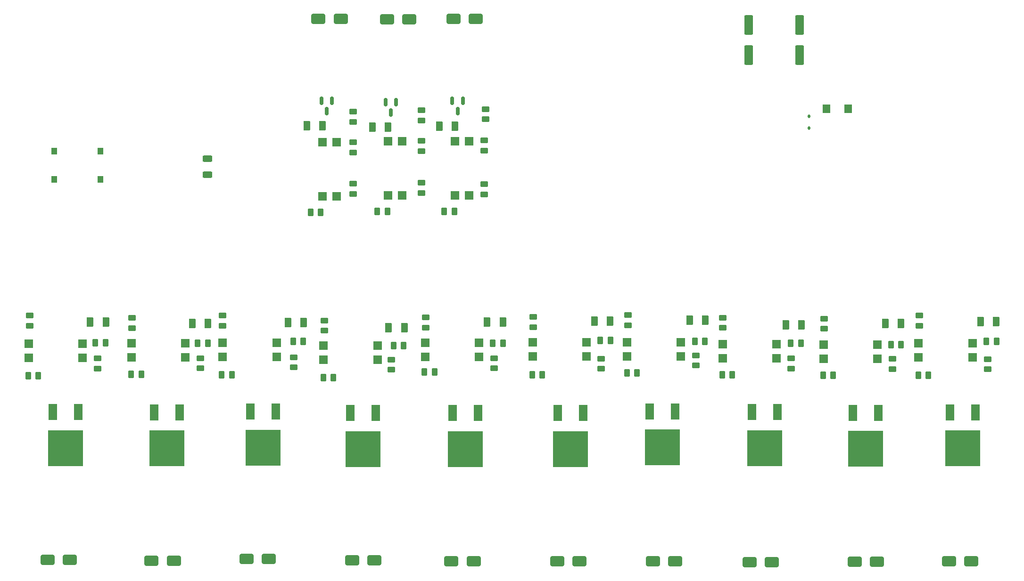
<source format=gbr>
%TF.GenerationSoftware,KiCad,Pcbnew,7.0.7*%
%TF.CreationDate,2024-09-30T16:59:32+02:00*%
%TF.ProjectId,control_motor_pcb,636f6e74-726f-46c5-9f6d-6f746f725f70,rev?*%
%TF.SameCoordinates,Original*%
%TF.FileFunction,Paste,Top*%
%TF.FilePolarity,Positive*%
%FSLAX46Y46*%
G04 Gerber Fmt 4.6, Leading zero omitted, Abs format (unit mm)*
G04 Created by KiCad (PCBNEW 7.0.7) date 2024-09-30 16:59:32*
%MOMM*%
%LPD*%
G01*
G04 APERTURE LIST*
G04 Aperture macros list*
%AMRoundRect*
0 Rectangle with rounded corners*
0 $1 Rounding radius*
0 $2 $3 $4 $5 $6 $7 $8 $9 X,Y pos of 4 corners*
0 Add a 4 corners polygon primitive as box body*
4,1,4,$2,$3,$4,$5,$6,$7,$8,$9,$2,$3,0*
0 Add four circle primitives for the rounded corners*
1,1,$1+$1,$2,$3*
1,1,$1+$1,$4,$5*
1,1,$1+$1,$6,$7*
1,1,$1+$1,$8,$9*
0 Add four rect primitives between the rounded corners*
20,1,$1+$1,$2,$3,$4,$5,0*
20,1,$1+$1,$4,$5,$6,$7,0*
20,1,$1+$1,$6,$7,$8,$9,0*
20,1,$1+$1,$8,$9,$2,$3,0*%
G04 Aperture macros list end*
%ADD10RoundRect,0.250000X-1.000000X-0.650000X1.000000X-0.650000X1.000000X0.650000X-1.000000X0.650000X0*%
%ADD11RoundRect,0.250000X0.375000X0.625000X-0.375000X0.625000X-0.375000X-0.625000X0.375000X-0.625000X0*%
%ADD12RoundRect,0.250000X-0.450000X0.262500X-0.450000X-0.262500X0.450000X-0.262500X0.450000X0.262500X0*%
%ADD13R,1.500000X1.600000*%
%ADD14RoundRect,0.150000X-0.150000X0.587500X-0.150000X-0.587500X0.150000X-0.587500X0.150000X0.587500X0*%
%ADD15RoundRect,0.112500X-0.112500X0.187500X-0.112500X-0.187500X0.112500X-0.187500X0.112500X0.187500X0*%
%ADD16RoundRect,0.250000X-0.262500X-0.450000X0.262500X-0.450000X0.262500X0.450000X-0.262500X0.450000X0*%
%ADD17R,1.500000X2.900000*%
%ADD18R,6.300000X6.500000*%
%ADD19RoundRect,0.250000X0.262500X0.450000X-0.262500X0.450000X-0.262500X-0.450000X0.262500X-0.450000X0*%
%ADD20RoundRect,0.250000X0.450000X-0.262500X0.450000X0.262500X-0.450000X0.262500X-0.450000X-0.262500X0*%
%ADD21R,0.990000X1.250000*%
%ADD22R,1.600000X1.500000*%
%ADD23R,1.320000X1.540000*%
%ADD24RoundRect,0.250000X0.550000X-1.500000X0.550000X1.500000X-0.550000X1.500000X-0.550000X-1.500000X0*%
%ADD25RoundRect,0.250000X0.625000X-0.312500X0.625000X0.312500X-0.625000X0.312500X-0.625000X-0.312500X0*%
G04 APERTURE END LIST*
D10*
%TO.C,D15*%
X117450000Y-43325000D03*
X121450000Y-43325000D03*
%TD*%
D11*
%TO.C,D28*%
X118193113Y-62505472D03*
X115393113Y-62505472D03*
%TD*%
D12*
%TO.C,R18*%
X130500000Y-104587500D03*
X130500000Y-106412500D03*
%TD*%
D13*
%TO.C,U4*%
X172864150Y-101489972D03*
X172864150Y-104029972D03*
X182564150Y-104029972D03*
X182564150Y-101489972D03*
%TD*%
D12*
%TO.C,R10*%
X156000000Y-96925000D03*
X156000000Y-98750000D03*
%TD*%
D14*
%TO.C,Q12*%
X131400000Y-58325000D03*
X129500000Y-58325000D03*
X130450000Y-60200000D03*
%TD*%
D10*
%TO.C,D7*%
X160325000Y-140825000D03*
X164325000Y-140825000D03*
%TD*%
D15*
%TO.C,D29*%
X205538412Y-60854048D03*
X205538412Y-62954048D03*
%TD*%
D13*
%TO.C,U3*%
X190037870Y-101857493D03*
X190037870Y-104397493D03*
X199737870Y-104397493D03*
X199737870Y-101857493D03*
%TD*%
D10*
%TO.C,D8*%
X141325000Y-140825000D03*
X145325000Y-140825000D03*
%TD*%
D16*
%TO.C,R35*%
X128017500Y-77950000D03*
X129842500Y-77950000D03*
%TD*%
D17*
%TO.C,Q6*%
X127711000Y-114175000D03*
D18*
X125425000Y-120675000D03*
D17*
X123139000Y-114175000D03*
%TD*%
%TO.C,Q5*%
X146111000Y-114200000D03*
D18*
X143825000Y-120700000D03*
D17*
X141539000Y-114200000D03*
%TD*%
D12*
%TO.C,R37*%
X135950000Y-72787500D03*
X135950000Y-74612500D03*
%TD*%
D19*
%TO.C,R8*%
X174662500Y-107000000D03*
X172837500Y-107000000D03*
%TD*%
D12*
%TO.C,R41*%
X123700000Y-72950000D03*
X123700000Y-74775000D03*
%TD*%
D20*
%TO.C,R38*%
X135950000Y-61612500D03*
X135950000Y-59787500D03*
%TD*%
D19*
%TO.C,R51*%
X97592165Y-101683163D03*
X95767165Y-101683163D03*
%TD*%
D21*
%TO.C,D2*%
X78320000Y-72225000D03*
X78320000Y-67125000D03*
X69980000Y-67125000D03*
X69980000Y-72225000D03*
%TD*%
D12*
%TO.C,R22*%
X84000000Y-97087500D03*
X84000000Y-98912500D03*
%TD*%
%TO.C,R3*%
X220500000Y-104487500D03*
X220500000Y-106312500D03*
%TD*%
%TO.C,R16*%
X118500000Y-97587500D03*
X118500000Y-99412500D03*
%TD*%
D19*
%TO.C,R50*%
X114718152Y-101335358D03*
X112893152Y-101335358D03*
%TD*%
D12*
%TO.C,R9*%
X185250000Y-103837500D03*
X185250000Y-105662500D03*
%TD*%
D19*
%TO.C,R14*%
X138325000Y-106837500D03*
X136500000Y-106837500D03*
%TD*%
D22*
%TO.C,U13*%
X118180000Y-75200000D03*
X120720000Y-75200000D03*
X120720000Y-65500000D03*
X118180000Y-65500000D03*
%TD*%
D12*
%TO.C,R30*%
X77750000Y-104372500D03*
X77750000Y-106197500D03*
%TD*%
D20*
%TO.C,R34*%
X147200000Y-67012500D03*
X147200000Y-65187500D03*
%TD*%
D19*
%TO.C,R2*%
X209912050Y-107438538D03*
X208087050Y-107438538D03*
%TD*%
D11*
%TO.C,D18*%
X204203773Y-98365717D03*
X201403773Y-98365717D03*
%TD*%
D10*
%TO.C,D5*%
X194900000Y-141025000D03*
X198900000Y-141025000D03*
%TD*%
D19*
%TO.C,R48*%
X150608568Y-101617180D03*
X148783568Y-101617180D03*
%TD*%
D14*
%TO.C,Q11*%
X143400000Y-58075000D03*
X141500000Y-58075000D03*
X142450000Y-59950000D03*
%TD*%
D19*
%TO.C,R45*%
X204100816Y-101689126D03*
X202275816Y-101689126D03*
%TD*%
D17*
%TO.C,Q1*%
X218036000Y-114150000D03*
D18*
X215750000Y-120650000D03*
D17*
X213464000Y-114150000D03*
%TD*%
D22*
%TO.C,U2*%
X141971285Y-75035759D03*
X144511285Y-75035759D03*
X144511285Y-65335759D03*
X141971285Y-65335759D03*
%TD*%
D13*
%TO.C,U6*%
X136624123Y-101612479D03*
X136624123Y-104152479D03*
X146324123Y-104152479D03*
X146324123Y-101612479D03*
%TD*%
D10*
%TO.C,D11*%
X87475000Y-140750000D03*
X91475000Y-140750000D03*
%TD*%
D23*
%TO.C,D1*%
X208675000Y-59495000D03*
X212575000Y-59495000D03*
%TD*%
D17*
%TO.C,Q10*%
X74286000Y-114000000D03*
D18*
X72000000Y-120500000D03*
D17*
X69714000Y-114000000D03*
%TD*%
D24*
%TO.C,C2*%
X194700000Y-49855000D03*
X194700000Y-44455000D03*
%TD*%
D10*
%TO.C,D14*%
X129750000Y-43425000D03*
X133750000Y-43425000D03*
%TD*%
D13*
%TO.C,U7*%
X118359433Y-102114716D03*
X118359433Y-104654716D03*
X128059433Y-104654716D03*
X128059433Y-102114716D03*
%TD*%
D17*
%TO.C,Q2*%
X199886000Y-114055000D03*
D18*
X197600000Y-120555000D03*
D17*
X195314000Y-114055000D03*
%TD*%
D13*
%TO.C,U1*%
X208168199Y-101877439D03*
X208168199Y-104417439D03*
X217868199Y-104417439D03*
X217868199Y-101877439D03*
%TD*%
D20*
%TO.C,R40*%
X123700000Y-67362500D03*
X123700000Y-65537500D03*
%TD*%
D19*
%TO.C,R44*%
X222090691Y-101944526D03*
X220265691Y-101944526D03*
%TD*%
D11*
%TO.C,D19*%
X186928118Y-97530702D03*
X184128118Y-97530702D03*
%TD*%
D12*
%TO.C,R32*%
X147200000Y-73037500D03*
X147200000Y-74862500D03*
%TD*%
%TO.C,R24*%
X96250000Y-104337500D03*
X96250000Y-106162500D03*
%TD*%
%TO.C,R28*%
X65636910Y-96675101D03*
X65636910Y-98500101D03*
%TD*%
D11*
%TO.C,D27*%
X129957704Y-62764799D03*
X127157704Y-62764799D03*
%TD*%
D24*
%TO.C,C1*%
X203836346Y-49804023D03*
X203836346Y-44404023D03*
%TD*%
D12*
%TO.C,R15*%
X149000000Y-104337500D03*
X149000000Y-106162500D03*
%TD*%
%TO.C,R25*%
X225345000Y-96695000D03*
X225345000Y-98520000D03*
%TD*%
D10*
%TO.C,D3*%
X230700000Y-140825000D03*
X234700000Y-140825000D03*
%TD*%
D11*
%TO.C,D20*%
X169799799Y-97692102D03*
X166999799Y-97692102D03*
%TD*%
D17*
%TO.C,Q9*%
X235411000Y-114075000D03*
D18*
X233125000Y-120575000D03*
D17*
X230839000Y-114075000D03*
%TD*%
D12*
%TO.C,R19*%
X100250000Y-96687500D03*
X100250000Y-98512500D03*
%TD*%
D10*
%TO.C,D6*%
X177550000Y-140875000D03*
X181550000Y-140875000D03*
%TD*%
D19*
%TO.C,R20*%
X101912500Y-107350000D03*
X100087500Y-107350000D03*
%TD*%
%TO.C,R17*%
X120162500Y-107837500D03*
X118337500Y-107837500D03*
%TD*%
D14*
%TO.C,Q13*%
X119900000Y-58075000D03*
X118000000Y-58075000D03*
X118950000Y-59950000D03*
%TD*%
D12*
%TO.C,R4*%
X190100000Y-97070000D03*
X190100000Y-98895000D03*
%TD*%
D11*
%TO.C,D17*%
X222046254Y-98077754D03*
X219246254Y-98077754D03*
%TD*%
D19*
%TO.C,R52*%
X79210301Y-101557330D03*
X77385301Y-101557330D03*
%TD*%
%TO.C,R29*%
X67162500Y-107535000D03*
X65337500Y-107535000D03*
%TD*%
D11*
%TO.C,D24*%
X97614390Y-98060366D03*
X94814390Y-98060366D03*
%TD*%
D19*
%TO.C,R5*%
X191762500Y-107320000D03*
X189937500Y-107320000D03*
%TD*%
D20*
%TO.C,R36*%
X135950000Y-67112500D03*
X135950000Y-65287500D03*
%TD*%
D13*
%TO.C,U9*%
X83868059Y-101687762D03*
X83868059Y-104227762D03*
X93568059Y-104227762D03*
X93568059Y-101687762D03*
%TD*%
D10*
%TO.C,D12*%
X68800000Y-140600000D03*
X72800000Y-140600000D03*
%TD*%
D25*
%TO.C,R53*%
X97559644Y-71386427D03*
X97559644Y-68461427D03*
%TD*%
D13*
%TO.C,U5*%
X155900000Y-101480000D03*
X155900000Y-104020000D03*
X165600000Y-104020000D03*
X165600000Y-101480000D03*
%TD*%
D19*
%TO.C,R43*%
X239215321Y-101302795D03*
X237390321Y-101302795D03*
%TD*%
D20*
%TO.C,R42*%
X123700000Y-61862500D03*
X123700000Y-60037500D03*
%TD*%
D22*
%TO.C,U12*%
X129921375Y-75033018D03*
X132461375Y-75033018D03*
X132461375Y-65333018D03*
X129921375Y-65333018D03*
%TD*%
D19*
%TO.C,R47*%
X169882143Y-101183052D03*
X168057143Y-101183052D03*
%TD*%
D17*
%TO.C,Q7*%
X109811000Y-113925000D03*
D18*
X107525000Y-120425000D03*
D17*
X105239000Y-113925000D03*
%TD*%
D11*
%TO.C,D21*%
X150564131Y-97832245D03*
X147764131Y-97832245D03*
%TD*%
D12*
%TO.C,R1*%
X208250000Y-97237500D03*
X208250000Y-99062500D03*
%TD*%
D11*
%TO.C,D23*%
X114758622Y-97955000D03*
X111958622Y-97955000D03*
%TD*%
%TO.C,D26*%
X141996466Y-62640509D03*
X139196466Y-62640509D03*
%TD*%
%TO.C,D25*%
X79273817Y-97838379D03*
X76473817Y-97838379D03*
%TD*%
%TO.C,D16*%
X239156210Y-97770868D03*
X236356210Y-97770868D03*
%TD*%
D19*
%TO.C,R46*%
X186864780Y-101276992D03*
X185039780Y-101276992D03*
%TD*%
%TO.C,R23*%
X85662500Y-107250000D03*
X83837500Y-107250000D03*
%TD*%
D10*
%TO.C,D9*%
X123525000Y-140650000D03*
X127525000Y-140650000D03*
%TD*%
D13*
%TO.C,U10*%
X225220282Y-101693679D03*
X225220282Y-104233679D03*
X234920282Y-104233679D03*
X234920282Y-101693679D03*
%TD*%
D10*
%TO.C,D10*%
X104550000Y-140400000D03*
X108550000Y-140400000D03*
%TD*%
D13*
%TO.C,U8*%
X100258894Y-101566657D03*
X100258894Y-104106657D03*
X109958894Y-104106657D03*
X109958894Y-101566657D03*
%TD*%
D17*
%TO.C,Q4*%
X165036000Y-114200000D03*
D18*
X162750000Y-120700000D03*
D17*
X160464000Y-114200000D03*
%TD*%
D12*
%TO.C,R13*%
X136750000Y-97000000D03*
X136750000Y-98825000D03*
%TD*%
D17*
%TO.C,Q8*%
X92486000Y-114075000D03*
D18*
X90200000Y-120575000D03*
D17*
X87914000Y-114075000D03*
%TD*%
%TO.C,Q3*%
X181511000Y-113900000D03*
D18*
X179225000Y-120400000D03*
D17*
X176939000Y-113900000D03*
%TD*%
D16*
%TO.C,R39*%
X116037500Y-78112500D03*
X117862500Y-78112500D03*
%TD*%
D12*
%TO.C,R7*%
X173000000Y-96587500D03*
X173000000Y-98412500D03*
%TD*%
%TO.C,R6*%
X202350000Y-104407500D03*
X202350000Y-106232500D03*
%TD*%
D10*
%TO.C,D4*%
X213750000Y-140925000D03*
X217750000Y-140925000D03*
%TD*%
D19*
%TO.C,R11*%
X157662500Y-107337500D03*
X155837500Y-107337500D03*
%TD*%
D12*
%TO.C,R27*%
X237600000Y-104507500D03*
X237600000Y-106332500D03*
%TD*%
D10*
%TO.C,D13*%
X141700000Y-43350000D03*
X145700000Y-43350000D03*
%TD*%
D12*
%TO.C,R21*%
X113000000Y-104187500D03*
X113000000Y-106012500D03*
%TD*%
%TO.C,R12*%
X168250000Y-104425000D03*
X168250000Y-106250000D03*
%TD*%
D20*
%TO.C,R33*%
X147450000Y-61362500D03*
X147450000Y-59537500D03*
%TD*%
D11*
%TO.C,D22*%
X132872788Y-98855200D03*
X130072788Y-98855200D03*
%TD*%
D16*
%TO.C,R31*%
X140037500Y-77950000D03*
X141862500Y-77950000D03*
%TD*%
D19*
%TO.C,R49*%
X132782366Y-102048356D03*
X130957366Y-102048356D03*
%TD*%
%TO.C,R26*%
X227012500Y-107420000D03*
X225187500Y-107420000D03*
%TD*%
D13*
%TO.C,U11*%
X65394609Y-101737776D03*
X65394609Y-104277776D03*
X75094609Y-104277776D03*
X75094609Y-101737776D03*
%TD*%
M02*

</source>
